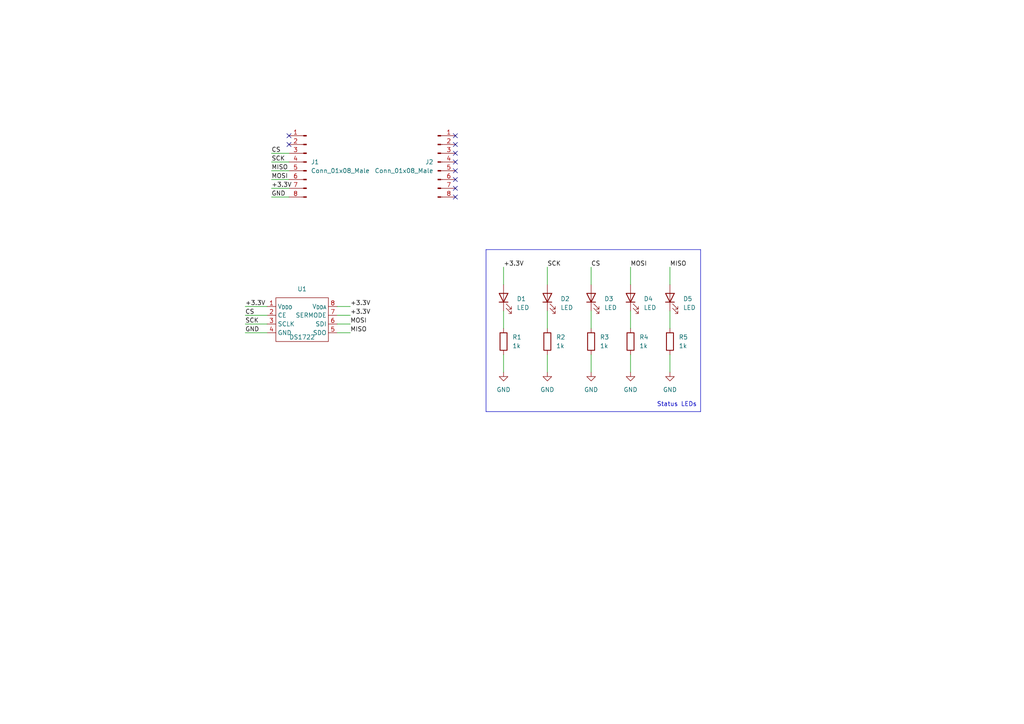
<source format=kicad_sch>
(kicad_sch (version 20211123) (generator eeschema)
  (paper "A4")
  (title_block (title "DS1722 PCB") (rev "A") (company "Harvey Mudd College") (comment 1 "Author: Ellie Sundheim (esundheim@hmc.edu)"))
  (lib_symbols
    (symbol "Connector:Conn_01x08_Male" (pin_names (offset 1.016) hide)
      (property "Reference" "J" (at 0 10.16 0))
      (property "Value" "Conn_01x08_Male" (at 0 -12.7 0))
      (symbol "Conn_01x08_Male_1_1"
        (polyline (pts (xy 1.27 -10.16) (xy 0.8636 -10.16)) (stroke (width 0.1524)))
        (polyline (pts (xy 1.27 -7.62) (xy 0.8636 -7.62)) (stroke (width 0.1524)))
        (polyline (pts (xy 1.27 -5.08) (xy 0.8636 -5.08)) (stroke (width 0.1524)))
        (polyline (pts (xy 1.27 -2.54) (xy 0.8636 -2.54)) (stroke (width 0.1524)))
        (polyline (pts (xy 1.27 0) (xy 0.8636 0)) (stroke (width 0.1524)))
        (polyline (pts (xy 1.27 2.54) (xy 0.8636 2.54)) (stroke (width 0.1524)))
        (polyline (pts (xy 1.27 5.08) (xy 0.8636 5.08)) (stroke (width 0.1524)))
        (polyline (pts (xy 1.27 7.62) (xy 0.8636 7.62)) (stroke (width 0.1524)))
        (rectangle (start 0.8636 -10.033) (end 0 -10.287) (stroke (width 0.1524)) (fill (type outline)))
        (rectangle (start 0.8636 -7.493) (end 0 -7.747) (stroke (width 0.1524)) (fill (type outline)))
        (rectangle (start 0.8636 -4.953) (end 0 -5.207) (stroke (width 0.1524)) (fill (type outline)))
        (rectangle (start 0.8636 -2.413) (end 0 -2.667) (stroke (width 0.1524)) (fill (type outline)))
        (rectangle (start 0.8636 0.127) (end 0 -0.127) (stroke (width 0.1524)) (fill (type outline)))
        (rectangle (start 0.8636 2.667) (end 0 2.413) (stroke (width 0.1524)) (fill (type outline)))
        (rectangle (start 0.8636 5.207) (end 0 4.953) (stroke (width 0.1524)) (fill (type outline)))
        (rectangle (start 0.8636 7.747) (end 0 7.493) (stroke (width 0.1524)) (fill (type outline)))
        (pin passive line (at 5.08 7.62 180) (length 3.81) (name "Pin_1") (number "1"))
        (pin passive line (at 5.08 5.08 180) (length 3.81) (name "Pin_2") (number "2"))
        (pin passive line (at 5.08 2.54 180) (length 3.81) (name "Pin_3") (number "3"))
        (pin passive line (at 5.08 0 180) (length 3.81) (name "Pin_4") (number "4"))
        (pin passive line (at 5.08 -2.54 180) (length 3.81) (name "Pin_5") (number "5"))
        (pin passive line (at 5.08 -5.08 180) (length 3.81) (name "Pin_6") (number "6"))
        (pin passive line (at 5.08 -7.62 180) (length 3.81) (name "Pin_7") (number "7"))
        (pin passive line (at 5.08 -10.16 180) (length 3.81) (name "Pin_8") (number "8"))
      )
    )
    (symbol "DS1722_Library:DS1722"
      (property "Reference" "U" (at 0 7.62 0))
      (property "Value" "DS1722" (at 0 -8.89 0))
      (symbol "DS1722_0_1"
        (rectangle (start -7.62 6.35) (end 7.62 -6.35))
      )
      (symbol "DS1722_1_1"
        (pin bidirectional line (at -10.16 3.81 0) (length 2.54) (name "V_{DDD}") (number "1"))
        (pin bidirectional line (at -10.16 1.27 0) (length 2.54) (name "CE") (number "2"))
        (pin bidirectional line (at -10.16 -1.27 0) (length 2.54) (name "SCLK") (number "3"))
        (pin bidirectional line (at -10.16 -3.81 0) (length 2.54) (name "GND") (number "4"))
        (pin bidirectional line (at 10.16 -3.81 180) (length 2.54) (name "SDO") (number "5"))
        (pin bidirectional line (at 10.16 -1.27 180) (length 2.54) (name "SDI") (number "6"))
        (pin bidirectional line (at 10.16 1.27 180) (length 2.54) (name "SERMODE") (number "7"))
        (pin bidirectional line (at 10.16 3.81 180) (length 2.54) (name "V_{DDA}") (number "8"))
      )
    )
    (symbol "Device:LED" (pin_numbers hide) (pin_names (offset 1.016) hide)
      (property "Reference" "D" (at 0 2.54 0))
      (property "Value" "LED" (at 0 -2.54 0))
      (symbol "LED_0_1"
        (polyline (pts (xy -1.27 -1.27) (xy -1.27 1.27)) (stroke (width 0.254)))
        (polyline (pts (xy -1.27 0) (xy 1.27 0)))
        (polyline (pts (xy 1.27 -1.27) (xy 1.27 1.27) (xy -1.27 0) (xy 1.27 -1.27)) (stroke (width 0.254)))
        (polyline (pts (xy -3.048 -0.762) (xy -4.572 -2.286) (xy -3.81 -2.286) (xy -4.572 -2.286) (xy -4.572 -1.524)))
        (polyline (pts (xy -1.778 -0.762) (xy -3.302 -2.286) (xy -2.54 -2.286) (xy -3.302 -2.286) (xy -3.302 -1.524)))
      )
      (symbol "LED_1_1"
        (pin passive line (at -3.81 0 0) (length 2.54) (name "K") (number "1"))
        (pin passive line (at 3.81 0 180) (length 2.54) (name "A") (number "2"))
      )
    )
    (symbol "Device:R" (pin_numbers hide) (pin_names (offset 0))
      (property "Reference" "R" (at 2.032 0 90))
      (property "Value" "R" (at 0 0 90))
      (symbol "R_0_1"
        (rectangle (start -1.016 -2.54) (end 1.016 2.54) (stroke (width 0.254)))
      )
      (symbol "R_1_1"
        (pin passive line (at 0 3.81 270) (length 1.27) (name "~") (number "1"))
        (pin passive line (at 0 -3.81 90) (length 1.27) (name "~") (number "2"))
      )
    )
    (symbol "power:GND" (power) (pin_names (offset 0))
      (property "Value" "GND" (at 0 -3.81 0))
      (symbol "GND_0_1"
        (polyline (pts (xy 0 0) (xy 0 -1.27) (xy 1.27 -1.27) (xy 0 -2.54) (xy -1.27 -1.27) (xy 0 -1.27)))
      )
      (symbol "GND_1_1"
        (pin power_in line (at 0 0 270) (length 0) hide (name "GND") (number "1"))
      )
    )
  )
  (no_connect (at 83.82 39.37))
  (no_connect (at 132.08 41.91))
  (no_connect (at 132.08 57.15))
  (no_connect (at 132.08 39.37))
  (no_connect (at 83.82 41.91))
  (no_connect (at 132.08 52.07))
  (no_connect (at 132.08 54.61))
  (no_connect (at 132.08 49.53))
  (no_connect (at 132.08 46.99))
  (no_connect (at 132.08 44.45))
  (wire (pts (xy 71.12 96.52) (xy 77.47 96.52)))
  (wire (pts (xy 158.75 77.47) (xy 158.75 82.55)))
  (wire (pts (xy 97.79 96.52) (xy 101.6 96.52)))
  (wire (pts (xy 78.74 46.99) (xy 83.82 46.99)))
  (wire (pts (xy 78.74 49.53) (xy 83.82 49.53)))
  (wire (pts (xy 146.05 77.47) (xy 146.05 82.55)))
  (polyline (pts (xy 140.97 72.39) (xy 140.97 119.38)) (stroke (width 0) (type solid)))
  (wire (pts (xy 97.79 88.9) (xy 101.6 88.9)))
  (wire (pts (xy 194.31 102.87) (xy 194.31 107.95)))
  (wire (pts (xy 171.45 102.87) (xy 171.45 107.95)))
  (wire (pts (xy 194.31 77.47) (xy 194.31 82.55)))
  (wire (pts (xy 71.12 91.44) (xy 77.47 91.44)))
  (polyline (pts (xy 203.2 72.39) (xy 140.97 72.39)) (stroke (width 0) (type solid)))
  (wire (pts (xy 78.74 57.15) (xy 83.82 57.15)))
  (polyline (pts (xy 203.2 119.38) (xy 203.2 72.39)) (stroke (width 0) (type solid)))
  (wire (pts (xy 182.88 90.17) (xy 182.88 95.25)))
  (wire (pts (xy 78.74 52.07) (xy 83.82 52.07)))
  (wire (pts (xy 78.74 44.45) (xy 83.82 44.45)))
  (wire (pts (xy 97.79 91.44) (xy 101.6 91.44)))
  (wire (pts (xy 182.88 77.47) (xy 182.88 82.55)))
  (wire (pts (xy 182.88 102.87) (xy 182.88 107.95)))
  (wire (pts (xy 146.05 90.17) (xy 146.05 95.25)))
  (polyline (pts (xy 140.97 119.38) (xy 203.2 119.38)) (stroke (width 0) (type solid)))
  (wire (pts (xy 146.05 102.87) (xy 146.05 107.95)))
  (wire (pts (xy 171.45 77.47) (xy 171.45 82.55)))
  (wire (pts (xy 171.45 90.17) (xy 171.45 95.25)))
  (wire (pts (xy 71.12 93.98) (xy 77.47 93.98)))
  (wire (pts (xy 194.31 90.17) (xy 194.31 95.25)))
  (wire (pts (xy 78.74 54.61) (xy 83.82 54.61)))
  (wire (pts (xy 158.75 102.87) (xy 158.75 107.95)))
  (wire (pts (xy 71.12 88.9) (xy 77.47 88.9)))
  (wire (pts (xy 158.75 90.17) (xy 158.75 95.25)))
  (wire (pts (xy 97.79 93.98) (xy 101.6 93.98)))
  (text "Status LEDs" (at 190.5 118.11 0) (effects (font (size 1.27 1.27)) (justify left bottom)))
  (label "+3.3V" (at 146.05 77.47 0))
  (label "MISO" (at 78.74 49.53 0))
  (label "CS" (at 171.45 77.47 0))
  (label "MOSI" (at 78.74 52.07 0))
  (label "SCK" (at 78.74 46.99 0))
  (label "GND" (at 71.12 96.52 0))
  (label "MOSI" (at 101.6 93.98 0))
  (label "CS" (at 71.12 91.44 0))
  (label "+3.3V" (at 71.12 88.9 0))
  (label "SCK" (at 158.75 77.47 0))
  (label "SCK" (at 71.12 93.98 0))
  (label "GND" (at 78.74 57.15 0))
  (label "CS" (at 78.74 44.45 0))
  (label "MOSI" (at 182.88 77.47 0))
  (label "MISO" (at 101.6 96.52 0))
  (label "MISO" (at 194.31 77.47 0))
  (label "+3.3V" (at 101.6 88.9 0))
  (label "+3.3V" (at 78.74 54.61 0))
  (label "+3.3V" (at 101.6 91.44 0))
  (symbol (lib_id "power:GND") (at 182.88 107.95 0) (unit 1)
    (property "Reference" "#PWR0105" (effects hide))
    (property "Value" "GND" (at 182.88 113.03 0))
  )
  (symbol (lib_id "Device:LED") (at 146.05 86.36 90) (unit 1)
    (property "Reference" "D1" (at 149.86 86.6774 90) (effects (justify right)))
    (property "Value" "LED" (at 149.86 89.2174 90) (effects (justify right)))
    (property "Footprint" "LED_SMD:LED_0805_2012Metric_Pad1.15x1.40mm_HandSolder" (effects hide))
  )
  (symbol (lib_id "Device:R") (at 146.05 99.06 0) (unit 1)
    (property "Reference" "R1" (at 148.59 97.7899 0) (effects (justify left)))
    (property "Value" "1k" (at 148.59 100.3299 0) (effects (justify left)))
    (property "Footprint" "Resistor_SMD:R_0805_2012Metric_Pad1.20x1.40mm_HandSolder" (effects hide))
  )
  (symbol (lib_id "Device:LED") (at 171.45 86.36 90) (unit 1)
    (property "Reference" "D3" (at 175.26 86.6774 90) (effects (justify right)))
    (property "Value" "LED" (at 175.26 89.2174 90) (effects (justify right)))
    (property "Footprint" "LED_SMD:LED_0805_2012Metric_Pad1.15x1.40mm_HandSolder" (effects hide))
  )
  (symbol (lib_id "Device:LED") (at 194.31 86.36 90) (unit 1)
    (property "Reference" "D5" (at 198.12 86.6774 90) (effects (justify right)))
    (property "Value" "LED" (at 198.12 89.2174 90) (effects (justify right)))
    (property "Footprint" "LED_SMD:LED_0805_2012Metric_Pad1.15x1.40mm_HandSolder" (effects hide))
  )
  (symbol (lib_id "power:GND") (at 194.31 107.95 0) (unit 1)
    (property "Reference" "#PWR0101" (effects hide))
    (property "Value" "GND" (at 194.31 113.03 0))
  )
  (symbol (lib_id "power:GND") (at 158.75 107.95 0) (unit 1)
    (property "Reference" "#PWR0102" (effects hide))
    (property "Value" "GND" (at 158.75 113.03 0))
  )
  (symbol (lib_id "power:GND") (at 171.45 107.95 0) (unit 1)
    (property "Reference" "#PWR0104" (effects hide))
    (property "Value" "GND" (at 171.45 113.03 0))
  )
  (symbol (lib_id "Device:R") (at 194.31 99.06 0) (unit 1)
    (property "Reference" "R5" (at 196.85 97.7899 0) (effects (justify left)))
    (property "Value" "1k" (at 196.85 100.3299 0) (effects (justify left)))
    (property "Footprint" "Resistor_SMD:R_0805_2012Metric_Pad1.20x1.40mm_HandSolder" (effects hide))
  )
  (symbol (lib_id "Device:LED") (at 158.75 86.36 90) (unit 1)
    (property "Reference" "D2" (at 162.56 86.6774 90) (effects (justify right)))
    (property "Value" "LED" (at 162.56 89.2174 90) (effects (justify right)))
    (property "Footprint" "LED_SMD:LED_0805_2012Metric_Pad1.15x1.40mm_HandSolder" (effects hide))
  )
  (symbol (lib_id "Device:R") (at 158.75 99.06 0) (unit 1)
    (property "Reference" "R2" (at 161.29 97.7899 0) (effects (justify left)))
    (property "Value" "1k" (at 161.29 100.3299 0) (effects (justify left)))
    (property "Footprint" "Resistor_SMD:R_0805_2012Metric_Pad1.20x1.40mm_HandSolder" (effects hide))
  )
  (symbol (lib_id "Device:R") (at 171.45 99.06 0) (unit 1)
    (property "Reference" "R3" (at 173.99 97.7899 0) (effects (justify left)))
    (property "Value" "1k" (at 173.99 100.3299 0) (effects (justify left)))
    (property "Footprint" "Resistor_SMD:R_0805_2012Metric_Pad1.20x1.40mm_HandSolder" (effects hide))
  )
  (symbol (lib_id "Device:LED") (at 182.88 86.36 90) (unit 1)
    (property "Reference" "D4" (at 186.69 86.6774 90) (effects (justify right)))
    (property "Value" "LED" (at 186.69 89.2174 90) (effects (justify right)))
    (property "Footprint" "LED_SMD:LED_0805_2012Metric_Pad1.15x1.40mm_HandSolder" (effects hide))
  )
  (symbol (lib_id "power:GND") (at 146.05 107.95 0) (unit 1)
    (property "Reference" "#PWR0103" (effects hide))
    (property "Value" "GND" (at 146.05 113.03 0))
  )
  (symbol (lib_id "Connector:Conn_01x08_Male") (at 127 46.99 0) (unit 1)
    (property "Reference" "J2" (at 125.73 46.9899 0) (effects (justify right)))
    (property "Value" "Conn_01x08_Male" (at 125.73 49.5299 0) (effects (justify right)))
    (property "Footprint" "Connector_PinHeader_2.54mm:PinHeader_1x08_P2.54mm_Vertical" (effects hide))
  )
  (symbol (lib_id "DS1722_Library:DS1722") (at 87.63 92.71 0) (unit 1)
    (property "Reference" "U1" (at 87.63 83.82 0))
    (property "Value" "DS1722" (at 87.63 97.79 0))
    (property "Footprint" "DS1722_PCB:SOIC8-DS1722" (effects hide))
  )
  (symbol (lib_id "Device:R") (at 182.88 99.06 0) (unit 1)
    (property "Reference" "R4" (at 185.42 97.7899 0) (effects (justify left)))
    (property "Value" "1k" (at 185.42 100.3299 0) (effects (justify left)))
    (property "Footprint" "Resistor_SMD:R_0805_2012Metric_Pad1.20x1.40mm_HandSolder" (effects hide))
  )
  (symbol (lib_id "Connector:Conn_01x08_Male") (at 88.9 46.99 0) (mirror y) (unit 1)
    (property "Reference" "J1" (at 90.17 46.9899 0) (effects (justify right)))
    (property "Value" "Conn_01x08_Male" (at 90.17 49.5299 0) (effects (justify right)))
    (property "Footprint" "Connector_PinHeader_2.54mm:PinHeader_1x08_P2.54mm_Vertical" (effects hide))
  )
)
</source>
